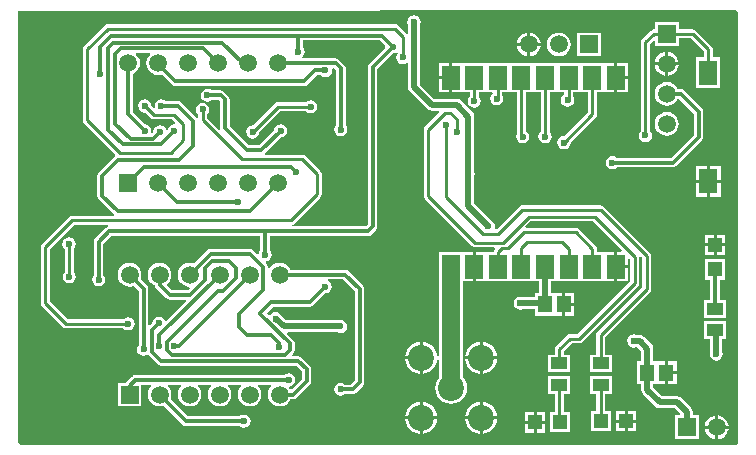
<source format=gtl>
%FSLAX44Y44*%
%MOMM*%
G71*
G01*
G75*
G04 Layer_Physical_Order=1*
G04 Layer_Color=255*
%ADD10R,1.2500X1.4000*%
%ADD11R,1.6000X2.1000*%
%ADD12R,1.3500X1.0000*%
%ADD13R,1.2000X1.2000*%
%ADD14R,1.2000X1.2000*%
%ADD15R,1.5000X2.0000*%
%ADD16C,0.2500*%
%ADD17C,0.5000*%
%ADD18C,0.3000*%
%ADD19C,1.0000*%
%ADD20C,1.5000*%
%ADD21C,0.2540*%
%ADD22R,1.5000X1.5000*%
%ADD23C,1.5000*%
%ADD24R,1.5000X1.5000*%
%ADD25C,2.2000*%
%ADD26C,0.6000*%
%ADD27C,0.7000*%
G36*
X607487Y365031D02*
Y-1177D01*
X202D01*
X-0Y-1379D01*
X-925Y-454D01*
Y365525D01*
X606589Y365929D01*
X607487Y365031D01*
D02*
G37*
%LPC*%
G36*
X520000Y91608D02*
X517854Y91181D01*
X516035Y89965D01*
X514819Y88146D01*
X514392Y86000D01*
X514819Y83854D01*
X516035Y82035D01*
X517854Y80819D01*
X520000Y80392D01*
X522146Y80819D01*
X522270Y80902D01*
X522888D01*
X526462Y77328D01*
Y68750D01*
X522810D01*
Y49750D01*
X526462D01*
Y44440D01*
X526462Y44440D01*
X526462D01*
X526850Y42489D01*
X527955Y40835D01*
X538395Y30395D01*
X540049Y29290D01*
X542000Y28902D01*
X554888D01*
X559617Y24173D01*
X559131Y23000D01*
X555000D01*
Y3000D01*
X575000D01*
Y23000D01*
X570098D01*
Y26000D01*
X569710Y27951D01*
X568605Y29605D01*
X560605Y37605D01*
X558951Y38710D01*
X557000Y39098D01*
X544112D01*
X536658Y46552D01*
Y49750D01*
X538770D01*
Y49710D01*
X546290D01*
Y59250D01*
Y68790D01*
X538770D01*
Y68750D01*
X536658D01*
Y79440D01*
X536270Y81391D01*
X535165Y83045D01*
X528605Y89605D01*
X526951Y90710D01*
X525000Y91098D01*
X522270D01*
X522146Y91181D01*
X520000Y91608D01*
D02*
G37*
G36*
X392230Y34340D02*
Y22120D01*
X404450D01*
X404151Y24385D01*
X402787Y27678D01*
X400617Y30507D01*
X397788Y32677D01*
X394495Y34042D01*
X392230Y34340D01*
D02*
G37*
G36*
X338890Y70380D02*
X326670D01*
X326968Y68115D01*
X328333Y64822D01*
X330503Y61993D01*
X333332Y59823D01*
X336625Y58458D01*
X338890Y58160D01*
Y70380D01*
D02*
G37*
G36*
X556350Y57980D02*
X548830D01*
Y49710D01*
X556350D01*
Y57980D01*
D02*
G37*
G36*
X338890Y34340D02*
X336625Y34042D01*
X333332Y32677D01*
X330503Y30507D01*
X328333Y27678D01*
X326968Y24385D01*
X326670Y22120D01*
X338890D01*
Y34340D01*
D02*
G37*
G36*
X522040Y26540D02*
X514770D01*
Y19270D01*
X522040D01*
Y26540D01*
D02*
G37*
G36*
X389690Y34340D02*
X387425Y34042D01*
X384132Y32677D01*
X381303Y30507D01*
X379133Y27678D01*
X377769Y24385D01*
X377470Y22120D01*
X389690D01*
Y34340D01*
D02*
G37*
G36*
X341430D02*
Y22120D01*
X353650D01*
X353352Y24385D01*
X351987Y27678D01*
X349817Y30507D01*
X346988Y32677D01*
X343695Y34042D01*
X341430Y34340D01*
D02*
G37*
G36*
X389690Y85140D02*
X387425Y84841D01*
X384132Y83477D01*
X381303Y81307D01*
X379133Y78478D01*
X377769Y75185D01*
X377470Y72920D01*
X389690D01*
Y85140D01*
D02*
G37*
G36*
X338890D02*
X336625Y84841D01*
X333332Y83477D01*
X330503Y81307D01*
X328333Y78478D01*
X326968Y75185D01*
X326670Y72920D01*
X338890D01*
Y85140D01*
D02*
G37*
G36*
X383730Y161540D02*
X374960D01*
Y161500D01*
X355000D01*
Y149655D01*
X354914Y149000D01*
Y73027D01*
X353646Y72944D01*
X353352Y75185D01*
X351987Y78478D01*
X349817Y81307D01*
X346988Y83477D01*
X343695Y84841D01*
X341430Y85140D01*
Y71650D01*
Y58160D01*
X343695Y58458D01*
X346988Y59823D01*
X349817Y61993D01*
X351987Y64822D01*
X353352Y68115D01*
X353646Y70356D01*
X354914Y70273D01*
Y54552D01*
X353768Y53058D01*
X352407Y49774D01*
X351944Y46250D01*
X352407Y42726D01*
X353768Y39442D01*
X355932Y36622D01*
X358752Y34458D01*
X362036Y33098D01*
X365560Y32634D01*
X369084Y33098D01*
X372368Y34458D01*
X375188Y36622D01*
X377352Y39442D01*
X378713Y42726D01*
X379176Y46250D01*
X378713Y49774D01*
X377352Y53058D01*
X375188Y55878D01*
X375086Y55957D01*
Y136460D01*
X383730D01*
Y149000D01*
Y161540D01*
D02*
G37*
G36*
X392230Y85140D02*
Y72920D01*
X404450D01*
X404151Y75185D01*
X402787Y78478D01*
X400617Y81307D01*
X397788Y83477D01*
X394495Y84841D01*
X392230Y85140D01*
D02*
G37*
G36*
X404450Y70380D02*
X392230D01*
Y58160D01*
X394495Y58458D01*
X397788Y59823D01*
X400617Y61993D01*
X402787Y64822D01*
X404151Y68115D01*
X404450Y70380D01*
D02*
G37*
G36*
X389690D02*
X377470D01*
X377769Y68115D01*
X379133Y64822D01*
X381303Y61993D01*
X384132Y59823D01*
X387425Y58458D01*
X389690Y58160D01*
Y70380D01*
D02*
G37*
G36*
X598250Y102500D02*
X579750D01*
Y87500D01*
X584902D01*
Y77270D01*
X584819Y77146D01*
X584392Y75000D01*
X584819Y72854D01*
X586035Y71035D01*
X587854Y69819D01*
X590000Y69392D01*
X592146Y69819D01*
X593965Y71035D01*
X595181Y72854D01*
X595608Y75000D01*
X595181Y77146D01*
X595098Y77270D01*
Y87500D01*
X598250D01*
Y102500D01*
D02*
G37*
G36*
X556350Y68790D02*
X548830D01*
Y60520D01*
X556350D01*
Y68790D01*
D02*
G37*
G36*
X512230Y26540D02*
X504960D01*
Y19270D01*
X512230D01*
Y26540D01*
D02*
G37*
G36*
X404450Y19580D02*
X392230D01*
Y7360D01*
X394495Y7659D01*
X397788Y9023D01*
X400617Y11193D01*
X402787Y14022D01*
X404151Y17315D01*
X404450Y19580D01*
D02*
G37*
G36*
X389690D02*
X377470D01*
X377769Y17315D01*
X379133Y14022D01*
X381303Y11193D01*
X384132Y9023D01*
X387425Y7659D01*
X389690Y7360D01*
Y19580D01*
D02*
G37*
G36*
X445040Y15730D02*
X437770D01*
Y8460D01*
X445040D01*
Y15730D01*
D02*
G37*
G36*
X435230D02*
X427960D01*
Y8460D01*
X435230D01*
Y15730D01*
D02*
G37*
G36*
X600359Y11730D02*
X591670D01*
Y3041D01*
X593021Y3218D01*
X595463Y4230D01*
X597561Y5839D01*
X599170Y7937D01*
X600182Y10379D01*
X600359Y11730D01*
D02*
G37*
G36*
X589130D02*
X580441D01*
X580618Y10379D01*
X581630Y7937D01*
X583239Y5839D01*
X585337Y4230D01*
X587779Y3218D01*
X589130Y3041D01*
Y11730D01*
D02*
G37*
G36*
X353650Y19580D02*
X341430D01*
Y7360D01*
X343695Y7659D01*
X346988Y9023D01*
X349817Y11193D01*
X351987Y14022D01*
X353352Y17315D01*
X353650Y19580D01*
D02*
G37*
G36*
X338890D02*
X326670D01*
X326968Y17315D01*
X328333Y14022D01*
X330503Y11193D01*
X333332Y9023D01*
X336625Y7659D01*
X338890Y7360D01*
Y19580D01*
D02*
G37*
G36*
X591670Y22959D02*
Y14270D01*
X600359D01*
X600182Y15621D01*
X599170Y18063D01*
X597561Y20161D01*
X595463Y21770D01*
X593021Y22782D01*
X591670Y22959D01*
D02*
G37*
G36*
X589130D02*
X587779Y22782D01*
X585337Y21770D01*
X583239Y20161D01*
X581630Y18063D01*
X580618Y15621D01*
X580441Y14270D01*
X589130D01*
Y22959D01*
D02*
G37*
G36*
X445040Y25540D02*
X437770D01*
Y18270D01*
X445040D01*
Y25540D01*
D02*
G37*
G36*
X435230D02*
X427960D01*
Y18270D01*
X435230D01*
Y25540D01*
D02*
G37*
G36*
X512230Y16730D02*
X504960D01*
Y9460D01*
X512230D01*
Y16730D01*
D02*
G37*
G36*
X466250Y56500D02*
X447750D01*
Y41500D01*
X453177D01*
Y25500D01*
X449000D01*
Y8500D01*
X466000D01*
Y25500D01*
X460823D01*
Y41500D01*
X466250D01*
Y56500D01*
D02*
G37*
G36*
X501250D02*
X482750D01*
Y41500D01*
X488177D01*
Y26500D01*
X484000D01*
Y9500D01*
X501000D01*
Y26500D01*
X495823D01*
Y41500D01*
X501250D01*
Y56500D01*
D02*
G37*
G36*
X522040Y16730D02*
X514770D01*
Y9460D01*
X522040D01*
Y16730D01*
D02*
G37*
G36*
X546730Y319330D02*
X538041D01*
X538218Y317979D01*
X539230Y315537D01*
X540839Y313439D01*
X542937Y311830D01*
X545379Y310818D01*
X546730Y310641D01*
Y319330D01*
D02*
G37*
G36*
X515040Y321540D02*
X506270D01*
Y310270D01*
X515040D01*
Y321540D01*
D02*
G37*
G36*
X503730D02*
X494960D01*
Y321500D01*
X475898D01*
X475898Y321500D01*
Y321500D01*
X475000Y321500D01*
X475000D01*
X475000D01*
X474102Y321500D01*
X474102Y321500D01*
Y321500D01*
X455898D01*
X455898Y321500D01*
Y321500D01*
X455000Y321500D01*
X455000D01*
D01*
X454102Y321500D01*
X454102Y321500D01*
Y321500D01*
X435898D01*
X435898Y321500D01*
Y321500D01*
X435000Y321500D01*
X435000D01*
X435000D01*
X434102Y321500D01*
X434102Y321500D01*
Y321500D01*
X415898D01*
X415898Y321500D01*
Y321500D01*
X415000Y321500D01*
X415000D01*
D01*
X414102Y321500D01*
X414102Y321500D01*
Y321500D01*
X395898D01*
X395898Y321500D01*
Y321500D01*
X395000Y321500D01*
X395000D01*
X395000D01*
X394102Y321500D01*
X394102Y321500D01*
Y321500D01*
X375040D01*
Y321540D01*
X366270D01*
Y309000D01*
Y296460D01*
X375040D01*
Y296500D01*
X381177D01*
Y293060D01*
X381035Y292965D01*
X379819Y291146D01*
X379392Y289000D01*
X379819Y286854D01*
X381035Y285035D01*
X382854Y283819D01*
X385000Y283392D01*
X387146Y283819D01*
X388965Y285035D01*
X390181Y286854D01*
X390608Y289000D01*
X390181Y291146D01*
X388965Y292965D01*
X388823Y293060D01*
Y296500D01*
X394102D01*
X394102Y296500D01*
Y296500D01*
X395000Y296500D01*
X395000D01*
X395000D01*
X395898Y296500D01*
X395898Y296500D01*
Y296500D01*
X400144D01*
X400513Y295285D01*
X400035Y294965D01*
X398819Y293146D01*
X398392Y291000D01*
X398819Y288854D01*
X400035Y287035D01*
X401854Y285819D01*
X404000Y285392D01*
X406146Y285819D01*
X407965Y287035D01*
X409181Y288854D01*
X409608Y291000D01*
X409181Y293146D01*
X408823Y293681D01*
Y296500D01*
X414102D01*
X414102Y296500D01*
Y296500D01*
X415000Y296500D01*
X415000D01*
D01*
X415898Y296500D01*
X415898Y296500D01*
Y296500D01*
X421177D01*
Y261681D01*
X420819Y261146D01*
X420392Y259000D01*
X420819Y256854D01*
X422035Y255035D01*
X423854Y253819D01*
X426000Y253392D01*
X428146Y253819D01*
X429965Y255035D01*
X431181Y256854D01*
X431608Y259000D01*
X431181Y261146D01*
X429965Y262965D01*
X428823Y263728D01*
Y296500D01*
X434102D01*
X434102Y296500D01*
Y296500D01*
X435000Y296500D01*
X435000D01*
X435000D01*
X435898Y296500D01*
X435898Y296500D01*
Y296500D01*
X441177D01*
Y263060D01*
X441035Y262965D01*
X439819Y261146D01*
X439392Y259000D01*
X439819Y256854D01*
X441035Y255035D01*
X442854Y253819D01*
X445000Y253392D01*
X447146Y253819D01*
X448965Y255035D01*
X450181Y256854D01*
X450608Y259000D01*
X450181Y261146D01*
X448965Y262965D01*
X448823Y263060D01*
Y296500D01*
X454102D01*
X454102Y296500D01*
Y296500D01*
X455000Y296500D01*
X455000D01*
D01*
X455898Y296500D01*
X455898Y296500D01*
Y296500D01*
X461176D01*
Y294728D01*
X460035Y293965D01*
X458819Y292146D01*
X458392Y290000D01*
X458819Y287854D01*
X460035Y286035D01*
X461854Y284819D01*
X464000Y284392D01*
X466146Y284819D01*
X467965Y286035D01*
X469181Y287854D01*
X469608Y290000D01*
X469181Y292146D01*
X468823Y292681D01*
Y296500D01*
X474102D01*
X474102Y296500D01*
Y296500D01*
X475000Y296500D01*
X475000D01*
X475000D01*
X475898Y296500D01*
X475898Y296500D01*
Y296500D01*
X481177D01*
Y279584D01*
X461167Y259575D01*
X461000Y259608D01*
X458854Y259181D01*
X457035Y257965D01*
X455819Y256146D01*
X455392Y254000D01*
X455819Y251854D01*
X457035Y250035D01*
X458854Y248819D01*
X461000Y248392D01*
X463146Y248819D01*
X464965Y250035D01*
X466181Y251854D01*
X466608Y254000D01*
X466575Y254167D01*
X487704Y275296D01*
X488532Y276537D01*
X488823Y278000D01*
X488824Y278000D01*
X488823Y278000D01*
Y278000D01*
Y296500D01*
X494960D01*
Y296460D01*
X503730D01*
Y309000D01*
Y321540D01*
D02*
G37*
G36*
X557959Y319330D02*
X549270D01*
Y310641D01*
X550621Y310818D01*
X553063Y311830D01*
X555161Y313439D01*
X556770Y315537D01*
X557782Y317979D01*
X557959Y319330D01*
D02*
G37*
G36*
X515040Y307730D02*
X506270D01*
Y296460D01*
X515040D01*
Y307730D01*
D02*
G37*
G36*
X363730D02*
X354960D01*
Y296460D01*
X363730D01*
Y307730D01*
D02*
G37*
G36*
Y321540D02*
X354960D01*
Y310270D01*
X363730D01*
Y321540D01*
D02*
G37*
G36*
X558000Y356000D02*
X538000D01*
Y349823D01*
X537000D01*
X535537Y349532D01*
X534296Y348704D01*
X527296Y341704D01*
X526468Y340463D01*
X526177Y339000D01*
Y264060D01*
X526035Y263965D01*
X524819Y262146D01*
X524392Y260000D01*
X524819Y257854D01*
X526035Y256035D01*
X527854Y254819D01*
X530000Y254392D01*
X532146Y254819D01*
X533965Y256035D01*
X535181Y257854D01*
X535608Y260000D01*
X535181Y262146D01*
X533965Y263965D01*
X533823Y264060D01*
Y337416D01*
X536827Y340420D01*
X538000Y339934D01*
Y336000D01*
X558000D01*
Y342177D01*
X568416D01*
X579177Y331416D01*
Y326000D01*
X572500D01*
Y300000D01*
X593500D01*
Y326000D01*
X586823D01*
Y333000D01*
X586532Y334463D01*
X585704Y335704D01*
X572704Y348704D01*
X571463Y349532D01*
X570000Y349823D01*
X558000D01*
Y356000D01*
D02*
G37*
G36*
X441159Y335730D02*
X432470D01*
Y327041D01*
X433821Y327218D01*
X436263Y328230D01*
X438361Y329839D01*
X439970Y331937D01*
X440982Y334379D01*
X441159Y335730D01*
D02*
G37*
G36*
X429930D02*
X421241D01*
X421418Y334379D01*
X422430Y331937D01*
X424039Y329839D01*
X426137Y328230D01*
X428579Y327218D01*
X429930Y327041D01*
Y335730D01*
D02*
G37*
G36*
X432470Y346959D02*
Y338270D01*
X441159D01*
X440982Y339621D01*
X439970Y342063D01*
X438361Y344161D01*
X436263Y345770D01*
X433821Y346782D01*
X432470Y346959D01*
D02*
G37*
G36*
X429930D02*
X428579Y346782D01*
X426137Y345770D01*
X424039Y344161D01*
X422430Y342063D01*
X421418Y339621D01*
X421241Y338270D01*
X429930D01*
Y346959D01*
D02*
G37*
G36*
X549270Y330559D02*
Y321870D01*
X557959D01*
X557782Y323221D01*
X556770Y325663D01*
X555161Y327761D01*
X553063Y329370D01*
X550621Y330382D01*
X549270Y330559D01*
D02*
G37*
G36*
X546730D02*
X545379Y330382D01*
X542937Y329370D01*
X540839Y327761D01*
X539230Y325663D01*
X538218Y323221D01*
X538041Y321870D01*
X546730D01*
Y330559D01*
D02*
G37*
G36*
X492000Y347000D02*
X472000D01*
Y327000D01*
X492000D01*
Y347000D01*
D02*
G37*
G36*
X456600Y347086D02*
X453989Y346743D01*
X451557Y345735D01*
X449468Y344132D01*
X447865Y342043D01*
X446857Y339610D01*
X446514Y337000D01*
X446857Y334389D01*
X447865Y331957D01*
X449468Y329868D01*
X451557Y328265D01*
X453989Y327257D01*
X456600Y326914D01*
X459211Y327257D01*
X461643Y328265D01*
X463732Y329868D01*
X465335Y331957D01*
X466343Y334389D01*
X466686Y337000D01*
X466343Y339610D01*
X465335Y342043D01*
X463732Y344132D01*
X461643Y345735D01*
X459211Y346743D01*
X456600Y347086D01*
D02*
G37*
G36*
X334000Y361608D02*
X331854Y361181D01*
X330035Y359965D01*
X328819Y358146D01*
X328392Y356000D01*
X328819Y353854D01*
X328902Y353730D01*
Y345849D01*
X327687Y345480D01*
X327204Y346204D01*
X320204Y353204D01*
X318963Y354032D01*
X317500Y354323D01*
X75000D01*
X73537Y354032D01*
X72297Y353204D01*
X54796Y335704D01*
X53968Y334463D01*
X53677Y333000D01*
Y273000D01*
X53968Y271537D01*
X54796Y270296D01*
X81219Y243874D01*
X81251Y243715D01*
X81138Y242567D01*
X80116Y241884D01*
X67116Y228884D01*
X66232Y227561D01*
X66181Y227302D01*
X65922Y226000D01*
X65922Y226000D01*
Y209000D01*
X65922Y209000D01*
X66181Y207698D01*
X66232Y207439D01*
X67116Y206116D01*
X67116Y206116D01*
X67116D01*
Y206116D01*
X67116Y206116D01*
X80116Y193116D01*
X80232Y193039D01*
X79863Y191823D01*
X44500D01*
X43037Y191532D01*
X41796Y190704D01*
X19296Y168204D01*
X18468Y166963D01*
X18177Y165500D01*
Y118000D01*
X18176Y118000D01*
X18177D01*
X18468Y116537D01*
X19296Y115296D01*
X36796Y97796D01*
D01*
X36796D01*
Y97796D01*
D01*
X36796D01*
Y97796D01*
X36796D01*
X36796Y97796D01*
Y97796D01*
X36797Y97796D01*
Y97796D01*
X38037Y96968D01*
X39500Y96677D01*
X87940D01*
X88035Y96535D01*
X89854Y95319D01*
X92000Y94892D01*
X94146Y95319D01*
X95965Y96535D01*
X97181Y98354D01*
X97608Y100500D01*
X97181Y102646D01*
X95965Y104465D01*
X94146Y105681D01*
X92000Y106108D01*
X89854Y105681D01*
X88035Y104465D01*
X87940Y104323D01*
X41084D01*
X25823Y119584D01*
Y163916D01*
X46084Y184177D01*
X75043D01*
X75167Y182913D01*
X74439Y182768D01*
X73116Y181884D01*
X73116Y181884D01*
X64116Y172884D01*
X63232Y171561D01*
X63181Y171302D01*
X62922Y170000D01*
X62922Y170000D01*
Y141796D01*
X61819Y140146D01*
X61392Y138000D01*
X61819Y135854D01*
X63035Y134035D01*
X64854Y132819D01*
X67000Y132392D01*
X69146Y132819D01*
X70965Y134035D01*
X72181Y135854D01*
X72608Y138000D01*
X72181Y140146D01*
X71078Y141796D01*
Y168311D01*
X77689Y174922D01*
X203892D01*
Y162796D01*
X202789Y161146D01*
X202526Y159825D01*
X201311Y159457D01*
X197884Y162884D01*
X196561Y163768D01*
X196302Y163819D01*
X195000Y164078D01*
X195000Y164078D01*
X161850D01*
X160289Y163768D01*
X158966Y162884D01*
X158966Y162884D01*
X147545Y151463D01*
X146580Y151863D01*
X143970Y152206D01*
X141360Y151863D01*
X138927Y150855D01*
X136838Y149252D01*
X135235Y147163D01*
X134227Y144731D01*
X133884Y142120D01*
X134227Y139509D01*
X135235Y137077D01*
X136838Y134988D01*
X138927Y133385D01*
X141360Y132377D01*
X143692Y132070D01*
X144100Y130868D01*
X142311Y129078D01*
X128689D01*
X124729Y133038D01*
X124813Y134305D01*
X125702Y134988D01*
X127305Y137077D01*
X128313Y139509D01*
X128656Y142120D01*
X128313Y144731D01*
X127305Y147163D01*
X125702Y149252D01*
X123613Y150855D01*
X121180Y151863D01*
X118570Y152206D01*
X115960Y151863D01*
X113527Y150855D01*
X111438Y149252D01*
X109835Y147163D01*
X108827Y144731D01*
X108484Y142120D01*
X108827Y139509D01*
X109835Y137077D01*
X111438Y134988D01*
X113527Y133385D01*
X114588Y132945D01*
X114751Y132128D01*
X114802Y131869D01*
X115686Y130546D01*
X115686Y130546D01*
X115686Y130546D01*
D01*
X115686D01*
Y130546D01*
D01*
X124116Y122116D01*
X124116Y122116D01*
X125439Y121232D01*
X125439Y121232D01*
X125439Y121232D01*
D01*
X125439Y121232D01*
X125439Y121232D01*
X127000Y120922D01*
X140745D01*
X141231Y119748D01*
X124291Y102809D01*
X123181Y103146D01*
X121965Y104965D01*
X120146Y106181D01*
X118000Y106608D01*
X115854Y106181D01*
X114035Y104965D01*
X112819Y103146D01*
X112432Y101200D01*
X110252Y99019D01*
X109078Y99505D01*
Y130290D01*
X108768Y131851D01*
X107884Y133174D01*
X102513Y138545D01*
X102913Y139509D01*
X103256Y142120D01*
X102913Y144731D01*
X101905Y147163D01*
X100302Y149252D01*
X98213Y150855D01*
X95780Y151863D01*
X93170Y152206D01*
X90560Y151863D01*
X88127Y150855D01*
X86038Y149252D01*
X84435Y147163D01*
X83427Y144731D01*
X83084Y142120D01*
X83427Y139509D01*
X84435Y137077D01*
X86038Y134988D01*
X88127Y133385D01*
X90560Y132377D01*
X93170Y132034D01*
X95780Y132377D01*
X96745Y132777D01*
X100922Y128601D01*
Y82796D01*
X99819Y81146D01*
X99392Y79000D01*
X99819Y76854D01*
X101035Y75035D01*
X102854Y73819D01*
X105000Y73392D01*
X107146Y73819D01*
X108645Y74821D01*
X109116Y74116D01*
X117116Y66116D01*
X118439Y65232D01*
X120000Y64922D01*
X234311D01*
X238922Y60311D01*
Y53689D01*
X230296Y45064D01*
X229051Y45312D01*
X228905Y45663D01*
X228366Y46365D01*
X228813Y47554D01*
X230146Y47819D01*
X231965Y49035D01*
X233181Y50854D01*
X233608Y53000D01*
X233181Y55146D01*
X231965Y56965D01*
X230146Y58181D01*
X228000Y58608D01*
X225854Y58181D01*
X224204Y57078D01*
X98000D01*
X98000Y57078D01*
X96439Y56768D01*
X96000Y56475D01*
X95116Y55884D01*
X95116Y55884D01*
X90286Y51054D01*
X89996Y50620D01*
X83170D01*
Y30620D01*
X103170D01*
Y48922D01*
X111041D01*
X111438Y47752D01*
X109835Y45663D01*
X108827Y43231D01*
X108484Y40620D01*
X108827Y38010D01*
X109835Y35577D01*
X111438Y33488D01*
X113527Y31885D01*
X115960Y30877D01*
X118570Y30534D01*
X121180Y30877D01*
X122145Y31277D01*
X138306Y15116D01*
X138306Y15116D01*
X139629Y14232D01*
X139888Y14181D01*
X141190Y13922D01*
X141190Y13922D01*
X186204D01*
X187854Y12819D01*
X190000Y12392D01*
X192146Y12819D01*
X193965Y14035D01*
X195181Y15854D01*
X195608Y18000D01*
X195181Y20146D01*
X193965Y21965D01*
X192146Y23181D01*
X190000Y23608D01*
X187854Y23181D01*
X186204Y22078D01*
X142879D01*
X127913Y37045D01*
X128313Y38010D01*
X128656Y40620D01*
X128313Y43231D01*
X127305Y45663D01*
X125702Y47752D01*
X126099Y48922D01*
X136441D01*
X136838Y47752D01*
X135235Y45663D01*
X134227Y43231D01*
X133884Y40620D01*
X134227Y38010D01*
X135235Y35577D01*
X136838Y33488D01*
X138927Y31885D01*
X141360Y30877D01*
X143970Y30534D01*
X146580Y30877D01*
X149013Y31885D01*
X151102Y33488D01*
X152705Y35577D01*
X153713Y38010D01*
X154056Y40620D01*
X153713Y43231D01*
X152705Y45663D01*
X151102Y47752D01*
X151499Y48922D01*
X161841D01*
X162238Y47752D01*
X160635Y45663D01*
X159627Y43231D01*
X159284Y40620D01*
X159627Y38010D01*
X160635Y35577D01*
X162238Y33488D01*
X164327Y31885D01*
X166759Y30877D01*
X169370Y30534D01*
X171980Y30877D01*
X174413Y31885D01*
X176502Y33488D01*
X178105Y35577D01*
X179113Y38010D01*
X179456Y40620D01*
X179113Y43231D01*
X178105Y45663D01*
X176502Y47752D01*
X176899Y48922D01*
X187241D01*
X187638Y47752D01*
X186035Y45663D01*
X185027Y43231D01*
X184684Y40620D01*
X185027Y38010D01*
X186035Y35577D01*
X187638Y33488D01*
X189727Y31885D01*
X192160Y30877D01*
X194770Y30534D01*
X197381Y30877D01*
X199813Y31885D01*
X201902Y33488D01*
X203505Y35577D01*
X204513Y38010D01*
X204856Y40620D01*
X204513Y43231D01*
X203505Y45663D01*
X201902Y47752D01*
X202299Y48922D01*
X212641D01*
X213038Y47752D01*
X211435Y45663D01*
X210427Y43231D01*
X210084Y40620D01*
X210427Y38010D01*
X211435Y35577D01*
X213038Y33488D01*
X215127Y31885D01*
X217560Y30877D01*
X220170Y30534D01*
X222780Y30877D01*
X225213Y31885D01*
X227302Y33488D01*
X228905Y35577D01*
X229305Y36542D01*
X231620D01*
X231620Y36542D01*
X232922Y36801D01*
X233181Y36852D01*
X234504Y37736D01*
X245884Y49116D01*
X245884Y49116D01*
X246475Y50000D01*
X246768Y50439D01*
X247078Y52000D01*
X247078Y52000D01*
Y62000D01*
X246768Y63561D01*
X245884Y64884D01*
X238884Y71884D01*
X237561Y72768D01*
X237302Y72819D01*
X236000Y73078D01*
X236000Y73078D01*
X231505D01*
X231019Y74252D01*
X231884Y75116D01*
X231884Y75116D01*
X232768Y76439D01*
X233078Y78000D01*
Y84000D01*
X233078Y84000D01*
X232768Y85561D01*
X232475Y86000D01*
X231884Y86884D01*
X231884Y86884D01*
X226769Y91999D01*
X227255Y93172D01*
X269460D01*
X269584Y93089D01*
X271730Y92662D01*
X273876Y93089D01*
X275695Y94305D01*
X276911Y96124D01*
X277338Y98270D01*
X276911Y100416D01*
X275695Y102235D01*
X273876Y103451D01*
X271730Y103878D01*
X269584Y103451D01*
X269460Y103368D01*
X225842D01*
X222210Y107000D01*
X222181Y107146D01*
X220965Y108965D01*
X219146Y110181D01*
X217000Y110608D01*
X214854Y110181D01*
X213035Y108965D01*
X212296Y107860D01*
X211032Y107735D01*
X209268Y109500D01*
X214689Y114922D01*
X246000D01*
X246000Y114922D01*
X247302Y115181D01*
X247561Y115232D01*
X248884Y116116D01*
X248884Y116116D01*
X248884Y116116D01*
X258970Y126202D01*
X260916Y126589D01*
X262735Y127805D01*
X263951Y129624D01*
X264378Y131770D01*
X263951Y133916D01*
X262735Y135735D01*
X261102Y136826D01*
X261471Y138042D01*
X274191D01*
X283922Y128311D01*
Y52689D01*
X280311Y49078D01*
X275796D01*
X274146Y50181D01*
X272000Y50608D01*
X269854Y50181D01*
X268035Y48965D01*
X266819Y47146D01*
X266392Y45000D01*
X266819Y42854D01*
X268035Y41035D01*
X269854Y39819D01*
X272000Y39392D01*
X274146Y39819D01*
X275796Y40922D01*
X282000D01*
X282000Y40922D01*
X283302Y41181D01*
X283561Y41232D01*
X284884Y42116D01*
X284884Y42116D01*
X284884Y42116D01*
X290884Y48116D01*
X291768Y49439D01*
X291819Y49698D01*
X292078Y51000D01*
X292078Y51000D01*
Y130000D01*
X292078Y130000D01*
X291819Y131302D01*
X291768Y131561D01*
X290884Y132884D01*
X278764Y145004D01*
X277441Y145888D01*
X277182Y145939D01*
X275880Y146198D01*
X275880Y146198D01*
X229305D01*
X228905Y147163D01*
X227302Y149252D01*
X225213Y150855D01*
X222780Y151863D01*
X220170Y152206D01*
X217560Y151863D01*
X215127Y150855D01*
X213038Y149252D01*
X211435Y147163D01*
X211324Y146895D01*
X210078Y147143D01*
Y149000D01*
X210078Y149000D01*
X209819Y150302D01*
X209768Y150561D01*
X208884Y151884D01*
X208427Y152341D01*
X208795Y153556D01*
X210116Y153819D01*
X211935Y155035D01*
X213151Y156854D01*
X213578Y159000D01*
X213151Y161146D01*
X212048Y162796D01*
Y174922D01*
X295000D01*
X295000Y174922D01*
X296302Y175181D01*
X296561Y175232D01*
X297884Y176116D01*
X297884Y176116D01*
X297884Y176116D01*
X301884Y180116D01*
X301884Y180116D01*
X302768Y181439D01*
X302819Y181698D01*
X303078Y183000D01*
X303078Y183000D01*
Y316311D01*
X316200Y329432D01*
X318146Y329819D01*
X319557Y330762D01*
X319636Y330719D01*
X320477Y329878D01*
X319319Y328146D01*
X318892Y326000D01*
X319319Y323854D01*
X320535Y322035D01*
X322354Y320819D01*
X324500Y320392D01*
X326646Y320819D01*
X327782Y321578D01*
X328902Y320979D01*
Y301000D01*
X328902Y301000D01*
X328902D01*
X329290Y299049D01*
X330395Y297395D01*
X345395Y282395D01*
X347049Y281290D01*
X347373Y281226D01*
X349000Y280902D01*
X354836D01*
X355322Y279729D01*
X343296Y267704D01*
X342468Y266463D01*
X342177Y265000D01*
Y209000D01*
X342177Y209000D01*
X342177D01*
X342468Y207537D01*
X343296Y206296D01*
X383296Y166296D01*
X384537Y165468D01*
X386000Y165177D01*
X402110D01*
X402596Y164003D01*
X402296Y163704D01*
X401468Y162463D01*
X401276Y161500D01*
X395040D01*
Y161540D01*
X386270D01*
Y149000D01*
Y136460D01*
X395040D01*
Y136500D01*
X415000D01*
D01*
X415000Y136500D01*
X415000Y136500D01*
X415000D01*
Y136500D01*
Y136500D01*
X434102D01*
X434102Y136500D01*
Y136500D01*
X435000Y136500D01*
X435000D01*
X435000D01*
X435898Y136500D01*
X435898Y136500D01*
Y136500D01*
X439902D01*
Y126500D01*
X436250D01*
Y123098D01*
X426270D01*
X426146Y123181D01*
X424000Y123608D01*
X421854Y123181D01*
X420035Y121965D01*
X418819Y120146D01*
X418392Y118000D01*
X418819Y115854D01*
X420035Y114035D01*
X421854Y112819D01*
X424000Y112392D01*
X426146Y112819D01*
X426270Y112902D01*
X436250D01*
Y107500D01*
X452210D01*
Y107460D01*
X459730D01*
Y117000D01*
Y126540D01*
X452210D01*
Y126500D01*
X450098D01*
Y136500D01*
X454102D01*
X454102Y136500D01*
Y136500D01*
X455000Y136500D01*
X455000D01*
D01*
X455898Y136500D01*
X455898Y136500D01*
Y136500D01*
X475000D01*
D01*
X475000Y136500D01*
X475000Y136500D01*
X475000D01*
Y136500D01*
Y136500D01*
X494960D01*
Y136460D01*
X503730D01*
Y149000D01*
Y161540D01*
X494960D01*
Y161500D01*
X488823D01*
Y164000D01*
X488532Y165463D01*
X487704Y166704D01*
X473704Y180704D01*
X472463Y181532D01*
X471000Y181823D01*
X428890D01*
X428404Y182997D01*
X432584Y187177D01*
X485416D01*
X509879Y162713D01*
X509394Y161540D01*
X506270D01*
Y150270D01*
X515040D01*
Y155893D01*
X516213Y156379D01*
X517177Y155416D01*
Y136584D01*
X472416Y91823D01*
X466000D01*
X464537Y91532D01*
X463296Y90704D01*
X454296Y81704D01*
X453468Y80463D01*
X453177Y79000D01*
Y74500D01*
X447750D01*
Y59500D01*
X466250D01*
Y74500D01*
X460823D01*
Y77416D01*
X467584Y84177D01*
X474000D01*
X475463Y84468D01*
X476704Y85296D01*
X523704Y132296D01*
X524532Y133537D01*
X524823Y135000D01*
Y157000D01*
X524811Y157063D01*
X525931Y157662D01*
X527177Y156416D01*
Y131584D01*
X489296Y93704D01*
X488468Y92463D01*
X488177Y91000D01*
Y74500D01*
X482750D01*
Y59500D01*
X501250D01*
Y74500D01*
X495823D01*
Y89416D01*
X533704Y127296D01*
X534532Y128537D01*
X534823Y130000D01*
X534823Y130000D01*
X534823Y130000D01*
Y130000D01*
Y158000D01*
X534532Y159463D01*
X533704Y160704D01*
X494704Y199704D01*
X493463Y200532D01*
X492000Y200823D01*
X425500D01*
X424037Y200532D01*
X422796Y199704D01*
X403898Y180805D01*
X402630Y180868D01*
X402271Y181305D01*
X402608Y183000D01*
X402181Y185146D01*
X400965Y186965D01*
X399146Y188181D01*
X399000Y188210D01*
X385098Y202112D01*
Y224730D01*
X385181Y224854D01*
X385608Y227000D01*
X385181Y229146D01*
X385098Y229270D01*
Y276000D01*
X384710Y277951D01*
X383605Y279605D01*
X373605Y289605D01*
X371951Y290710D01*
X370000Y291098D01*
X351112D01*
X339098Y303112D01*
Y353730D01*
X339181Y353854D01*
X339608Y356000D01*
X339181Y358146D01*
X337965Y359965D01*
X336146Y361181D01*
X334000Y361608D01*
D02*
G37*
G36*
X587730Y166230D02*
X580460D01*
Y158960D01*
X587730D01*
Y166230D01*
D02*
G37*
G36*
X515040Y147730D02*
X506270D01*
Y136460D01*
X515040D01*
Y147730D01*
D02*
G37*
G36*
X587730Y176040D02*
X580460D01*
Y168770D01*
X587730D01*
Y176040D01*
D02*
G37*
G36*
X597540Y166230D02*
X590270D01*
Y158960D01*
X597540D01*
Y166230D01*
D02*
G37*
G36*
X469790Y115730D02*
X462270D01*
Y107460D01*
X469790D01*
Y115730D01*
D02*
G37*
G36*
X597500Y155000D02*
X580500D01*
Y138000D01*
X584922D01*
Y120500D01*
X579750D01*
Y105500D01*
X598250D01*
Y120500D01*
X593078D01*
Y138000D01*
X597500D01*
Y155000D01*
D02*
G37*
G36*
X42000Y173608D02*
X39854Y173181D01*
X38035Y171965D01*
X36819Y170146D01*
X36392Y168000D01*
X36819Y165854D01*
X38035Y164035D01*
X38177Y163940D01*
Y144376D01*
X38145Y144355D01*
X36929Y142536D01*
X36502Y140390D01*
X36929Y138244D01*
X38145Y136425D01*
X39964Y135209D01*
X42110Y134782D01*
X44256Y135209D01*
X46075Y136425D01*
X47291Y138244D01*
X47718Y140390D01*
X47291Y142536D01*
X46075Y144355D01*
X45823Y144523D01*
Y163940D01*
X45965Y164035D01*
X47181Y165854D01*
X47608Y168000D01*
X47181Y170146D01*
X45965Y171965D01*
X44146Y173181D01*
X42000Y173608D01*
D02*
G37*
G36*
X469790Y126540D02*
X462270D01*
Y118270D01*
X469790D01*
Y126540D01*
D02*
G37*
G36*
X593540Y234040D02*
X584270D01*
Y222270D01*
X593540D01*
Y234040D01*
D02*
G37*
G36*
X548000Y305286D02*
X545390Y304943D01*
X542957Y303935D01*
X540868Y302332D01*
X539265Y300243D01*
X538257Y297810D01*
X537914Y295200D01*
X538257Y292589D01*
X539265Y290157D01*
X540868Y288068D01*
X542957Y286465D01*
X545390Y285457D01*
X548000Y285114D01*
X550611Y285457D01*
X553043Y286465D01*
X555132Y288068D01*
X556735Y290157D01*
X556983Y290756D01*
X558229Y291004D01*
X570922Y278311D01*
Y260689D01*
X551311Y241078D01*
X505796D01*
X504146Y242181D01*
X502000Y242608D01*
X499854Y242181D01*
X498035Y240965D01*
X496819Y239146D01*
X496392Y237000D01*
X496819Y234854D01*
X498035Y233035D01*
X499854Y231819D01*
X502000Y231392D01*
X504146Y231819D01*
X505796Y232922D01*
X553000D01*
X553000Y232922D01*
X554302Y233181D01*
X554561Y233232D01*
X555884Y234116D01*
X555884Y234116D01*
X555884Y234116D01*
X577884Y256116D01*
X577884Y256116D01*
X578768Y257439D01*
X579078Y259000D01*
Y280000D01*
X579078Y280000D01*
X578819Y281302D01*
X578768Y281561D01*
X577884Y282884D01*
X577884Y282884D01*
X562684Y298084D01*
X561361Y298968D01*
X561102Y299019D01*
X559800Y299278D01*
X559800Y299278D01*
X557135D01*
X556735Y300243D01*
X555132Y302332D01*
X553043Y303935D01*
X550611Y304943D01*
X548000Y305286D01*
D02*
G37*
G36*
Y279886D02*
X545390Y279543D01*
X542957Y278535D01*
X540868Y276932D01*
X539265Y274843D01*
X538257Y272411D01*
X537914Y269800D01*
X538257Y267190D01*
X539265Y264757D01*
X540868Y262668D01*
X542957Y261065D01*
X545390Y260057D01*
X548000Y259714D01*
X550611Y260057D01*
X553043Y261065D01*
X555132Y262668D01*
X556735Y264757D01*
X557743Y267190D01*
X558086Y269800D01*
X557743Y272411D01*
X556735Y274843D01*
X555132Y276932D01*
X553043Y278535D01*
X550611Y279543D01*
X548000Y279886D01*
D02*
G37*
G36*
X581730Y234040D02*
X572460D01*
Y222270D01*
X581730D01*
Y234040D01*
D02*
G37*
G36*
X597540Y176040D02*
X590270D01*
Y168770D01*
X597540D01*
Y176040D01*
D02*
G37*
G36*
X581730Y219730D02*
X572460D01*
Y207960D01*
X581730D01*
Y219730D01*
D02*
G37*
G36*
X593540D02*
X584270D01*
Y207960D01*
X593540D01*
Y219730D01*
D02*
G37*
%LPD*%
G36*
X309597Y335635D02*
Y334365D01*
X296116Y320884D01*
X295232Y319561D01*
X295181Y319302D01*
X294922Y318000D01*
X294922Y318000D01*
Y184689D01*
X293311Y183078D01*
X230957D01*
X230833Y184342D01*
X231463Y184468D01*
X232704Y185296D01*
X232704Y185296D01*
X232704Y185296D01*
X254704Y207296D01*
X255532Y208537D01*
X255823Y210000D01*
X255823Y210000D01*
X255823Y210000D01*
Y210000D01*
Y227500D01*
X255532Y228963D01*
X254704Y230204D01*
X242204Y242704D01*
X240963Y243532D01*
X239500Y243823D01*
X208251D01*
X207764Y244997D01*
X221200Y258432D01*
X223146Y258819D01*
X224965Y260035D01*
X226181Y261854D01*
X226608Y264000D01*
X226181Y266146D01*
X224965Y267965D01*
X223146Y269181D01*
X221000Y269608D01*
X218854Y269181D01*
X217035Y267965D01*
X215819Y266146D01*
X215432Y264200D01*
X202811Y251578D01*
X194189D01*
X178078Y267689D01*
Y290500D01*
X178078Y290500D01*
X177768Y292061D01*
X177475Y292500D01*
X176884Y293384D01*
X176884Y293384D01*
X173384Y296884D01*
X172061Y297768D01*
X171802Y297819D01*
X170500Y298078D01*
X170500Y298078D01*
X162796D01*
X161146Y299181D01*
X159000Y299608D01*
X156854Y299181D01*
X155035Y297965D01*
X153819Y296146D01*
X153392Y294000D01*
X153819Y291854D01*
X155035Y290035D01*
X156854Y288819D01*
X159000Y288392D01*
X161146Y288819D01*
X162796Y289922D01*
X168811D01*
X169922Y288811D01*
Y266000D01*
X169922Y266000D01*
X170119Y265007D01*
X169164Y264496D01*
X168953Y264454D01*
X158823Y274584D01*
Y277940D01*
X158965Y278035D01*
X160181Y279854D01*
X160608Y282000D01*
X160181Y284146D01*
X158965Y285965D01*
X157146Y287181D01*
X155000Y287608D01*
X152854Y287181D01*
X151035Y285965D01*
X149819Y284146D01*
X149392Y282000D01*
X149819Y279854D01*
X151035Y278035D01*
X151177Y277940D01*
Y275137D01*
X149961Y274768D01*
X149884Y274884D01*
X136884Y287884D01*
X135561Y288768D01*
X135302Y288819D01*
X134000Y289078D01*
X134000Y289078D01*
X123796D01*
X122146Y290181D01*
X120000Y290608D01*
X117854Y290181D01*
X116035Y288965D01*
X114819Y287146D01*
X114392Y285000D01*
X114707Y283419D01*
X113587Y282820D01*
X111574Y284833D01*
X111608Y285000D01*
X111181Y287146D01*
X109965Y288965D01*
X108146Y290181D01*
X106000Y290608D01*
X103854Y290181D01*
X102035Y288965D01*
X100819Y287146D01*
X100392Y285000D01*
X100819Y282854D01*
X102035Y281035D01*
X103854Y279819D01*
X106000Y279392D01*
X106167Y279426D01*
X110796Y274796D01*
X112037Y273968D01*
X113500Y273677D01*
X128916D01*
X131931Y270662D01*
X131333Y269542D01*
X131000Y269608D01*
X128854Y269181D01*
X127035Y267965D01*
X125819Y266146D01*
X125535Y264720D01*
X124265Y264720D01*
X124181Y265146D01*
X122965Y266965D01*
X121146Y268181D01*
X119000Y268608D01*
X116854Y268181D01*
X115035Y266965D01*
X113819Y265146D01*
X113432Y263200D01*
X112503Y262271D01*
X111383Y262869D01*
X111608Y264000D01*
X111181Y266146D01*
X109965Y267965D01*
X108146Y269181D01*
X106200Y269568D01*
X95978Y279789D01*
Y312055D01*
X96943Y312455D01*
X99032Y314058D01*
X100635Y316147D01*
X101643Y318580D01*
X101986Y321190D01*
X101643Y323801D01*
X100635Y326233D01*
X99032Y328322D01*
X98515Y328719D01*
X98923Y329922D01*
X110277D01*
X110685Y328719D01*
X110168Y328322D01*
X108565Y326233D01*
X107557Y323801D01*
X107214Y321190D01*
X107557Y318580D01*
X108565Y316147D01*
X110168Y314058D01*
X112257Y312455D01*
X114690Y311447D01*
X117300Y311104D01*
X119910Y311447D01*
X120529Y311703D01*
X129116Y303116D01*
X129116Y303116D01*
X130439Y302232D01*
X132000Y301922D01*
X241000D01*
X241000Y301922D01*
X242302Y302181D01*
X242561Y302232D01*
X243884Y303116D01*
X243884Y303116D01*
X243884Y303116D01*
X251689Y310922D01*
X255204D01*
X256854Y309819D01*
X259000Y309392D01*
X261146Y309819D01*
X262965Y311035D01*
X264181Y312854D01*
X264608Y315000D01*
X264383Y316130D01*
X265009Y316893D01*
X266277Y316955D01*
X267922Y315311D01*
Y268796D01*
X266819Y267146D01*
X266392Y265000D01*
X266819Y262854D01*
X268035Y261035D01*
X269854Y259819D01*
X272000Y259392D01*
X274146Y259819D01*
X275965Y261035D01*
X277181Y262854D01*
X277608Y265000D01*
X277181Y267146D01*
X276078Y268796D01*
Y317000D01*
X276078Y317000D01*
X275768Y318561D01*
X274884Y319884D01*
X270694Y324074D01*
X269371Y324958D01*
X269112Y325009D01*
X267810Y325268D01*
X267810Y325268D01*
X239509D01*
X239141Y326484D01*
X239965Y327035D01*
X241181Y328854D01*
X241608Y331000D01*
X241181Y333146D01*
X240078Y334796D01*
Y340422D01*
X304811D01*
X309597Y335635D01*
D02*
G37*
%LPC*%
G36*
X246610Y289998D02*
X244464Y289571D01*
X242645Y288355D01*
X242550Y288213D01*
X218890D01*
X217427Y287922D01*
X216186Y287094D01*
X197667Y268575D01*
X197500Y268608D01*
X195354Y268181D01*
X193535Y266965D01*
X192319Y265146D01*
X191892Y263000D01*
X192319Y260854D01*
X193535Y259035D01*
X195354Y257819D01*
X197500Y257392D01*
X199646Y257819D01*
X201465Y259035D01*
X202681Y260854D01*
X203108Y263000D01*
X203074Y263167D01*
X220474Y280567D01*
X242550D01*
X242645Y280425D01*
X244464Y279209D01*
X246610Y278782D01*
X248756Y279209D01*
X250575Y280425D01*
X251791Y282244D01*
X252218Y284390D01*
X251791Y286536D01*
X250575Y288355D01*
X248756Y289571D01*
X246610Y289998D01*
D02*
G37*
%LPD*%
D10*
X531560Y59250D02*
D03*
X547560D02*
D03*
X445000Y117000D02*
D03*
X461000D02*
D03*
D11*
X583000Y221000D02*
D03*
Y313000D02*
D03*
D12*
X457000Y49000D02*
D03*
Y67000D02*
D03*
X492000Y49000D02*
D03*
Y67000D02*
D03*
X589000Y95000D02*
D03*
Y113000D02*
D03*
D13*
X457500Y17000D02*
D03*
X436500D02*
D03*
X492500Y18000D02*
D03*
X513500D02*
D03*
D14*
X589000Y146500D02*
D03*
Y167500D02*
D03*
D15*
X465000Y309000D02*
D03*
Y149000D02*
D03*
X485000Y309000D02*
D03*
Y149000D02*
D03*
X505000Y309000D02*
D03*
Y149000D02*
D03*
X445000D02*
D03*
Y309000D02*
D03*
X425000Y149000D02*
D03*
Y309000D02*
D03*
X405000Y149000D02*
D03*
Y309000D02*
D03*
X385000Y149000D02*
D03*
Y309000D02*
D03*
X365000D02*
D03*
Y149000D02*
D03*
D16*
X405000D02*
Y161000D01*
X408500Y164500D01*
X413500D01*
X427000Y178000D01*
X471000D01*
X485000Y164000D01*
Y149000D02*
Y164000D01*
X425000Y149000D02*
Y165000D01*
X430000Y170000D01*
X459000D01*
X465000Y164000D01*
Y149000D02*
Y164000D01*
X386000Y169000D02*
X409000D01*
X431000Y191000D01*
X487000D01*
X392500Y176500D02*
X405000D01*
X425500Y197000D01*
X492000D01*
X531000Y158000D01*
X361000Y208000D02*
X392500Y176500D01*
X521000Y135000D02*
Y157000D01*
X487000Y191000D02*
X521000Y157000D01*
X346000Y209000D02*
X386000Y169000D01*
X230000Y188000D02*
X252000Y210000D01*
X44500Y188000D02*
X230000D01*
X22000Y165500D02*
X44500Y188000D01*
X39500Y100500D02*
X92000D01*
X22000Y118000D02*
X39500Y100500D01*
X22000Y118000D02*
Y165500D01*
X188000Y240000D02*
X239500D01*
X155000Y273000D02*
X188000Y240000D01*
X155000Y273000D02*
Y282000D01*
X252000Y210000D02*
Y227500D01*
X239500Y240000D02*
X252000Y227500D01*
X42000Y140500D02*
Y168000D01*
X218890Y284390D02*
X246610D01*
X197500Y263000D02*
X218890Y284390D01*
X106000Y285000D02*
X113500Y277500D01*
X130500D01*
X138500Y269500D01*
Y256000D02*
Y269500D01*
X128000Y245500D02*
X138500Y256000D01*
X85000Y245500D02*
X128000D01*
X57500Y273000D02*
X85000Y245500D01*
X57500Y273000D02*
Y333000D01*
X75000Y350500D01*
X317500D01*
X324500Y343500D01*
Y326000D02*
Y343500D01*
X346000Y209000D02*
Y265000D01*
X461000Y254000D02*
X485000Y278000D01*
Y309000D01*
X465000Y291000D02*
Y309000D01*
X445000Y259000D02*
Y309000D01*
X425000Y260000D02*
X426000Y259000D01*
X425000Y260000D02*
Y309000D01*
X404000Y291000D02*
X405000Y292000D01*
Y309000D01*
X385000Y289000D02*
Y309000D01*
X457000Y17500D02*
Y49000D01*
X492000Y18500D02*
Y49000D01*
X370000Y263000D02*
Y274000D01*
X364750Y279250D02*
X370000Y274000D01*
X360250Y279250D02*
X364750D01*
X361000Y208000D02*
Y269000D01*
X346000Y265000D02*
X360250Y279250D01*
X474000Y88000D02*
X521000Y135000D01*
X466000Y88000D02*
X474000D01*
X457000Y79000D02*
X466000Y88000D01*
X457000Y67000D02*
Y79000D01*
X531000Y130000D02*
Y158000D01*
X492000Y91000D02*
X531000Y130000D01*
X492000Y67000D02*
Y91000D01*
X530000Y260000D02*
Y339000D01*
X537000Y346000D01*
X548000D01*
X570000D01*
X583000Y333000D01*
Y313000D02*
Y333000D01*
D17*
X380000Y200000D02*
X397000Y183000D01*
X380000Y200000D02*
Y227000D01*
X542000Y34000D02*
X557000D01*
X565000Y26000D01*
Y13000D02*
Y26000D01*
X590000Y75000D02*
Y94000D01*
X380000Y227000D02*
Y276000D01*
X370000Y286000D02*
X380000Y276000D01*
X349000Y286000D02*
X370000D01*
X334000Y301000D02*
X349000Y286000D01*
X334000Y301000D02*
Y356000D01*
X424000Y118000D02*
X445000D01*
Y149000D01*
X520000Y86000D02*
X525000D01*
X531560Y79440D01*
Y59250D02*
Y79440D01*
Y44440D02*
Y59250D01*
Y44440D02*
X542000Y34000D01*
X217000Y105000D02*
X223730Y98270D01*
X271730D01*
D18*
X105000Y79000D02*
Y130290D01*
X93170Y142120D02*
X105000Y130290D01*
X295000Y179000D02*
X299000Y183000D01*
X76000Y179000D02*
X295000D01*
X67000Y170000D02*
X76000Y179000D01*
X174000Y266000D02*
X192500Y247500D01*
X174000Y266000D02*
Y290500D01*
X170500Y294000D02*
X174000Y290500D01*
X159000Y294000D02*
X170500D01*
X192500Y247500D02*
X204500D01*
X221000Y264000D01*
X120000Y285000D02*
X134000D01*
X147000Y251000D02*
Y272000D01*
X135000Y239000D02*
X147000Y251000D01*
X83000Y239000D02*
X135000D01*
X134000Y285000D02*
X147000Y272000D01*
X70000Y226000D02*
X83000Y239000D01*
X119500Y252500D02*
X131000Y264000D01*
X87500Y252500D02*
X119500D01*
X75000Y265000D02*
X87500Y252500D01*
X113000Y257000D02*
X119000Y263000D01*
X94000Y257000D02*
X113000D01*
X81000Y270000D02*
X94000Y257000D01*
X306500Y344500D02*
X316000Y335000D01*
X236000Y344500D02*
X306500D01*
X236000Y331000D02*
Y344500D01*
X77500D02*
X236000D01*
X67950Y334950D02*
X77500Y344500D01*
X86000Y334000D02*
X155290D01*
X81000Y329000D02*
X86000Y334000D01*
X81000Y270000D02*
Y329000D01*
X171500Y338500D02*
X188810Y321190D01*
X79500Y338500D02*
X171500D01*
X75000Y334000D02*
X79500Y338500D01*
X155290Y334000D02*
X168100Y321190D01*
X225000Y74000D02*
X229000Y78000D01*
X129000Y74000D02*
X225000D01*
X125000Y78000D02*
X129000Y74000D01*
X206000Y129000D02*
Y149000D01*
X195000Y160000D02*
X206000Y149000D01*
X161850Y160000D02*
X195000D01*
X188810Y321190D02*
X193500D01*
X288000Y51000D02*
Y130000D01*
X282000Y45000D02*
X288000Y51000D01*
X272000Y45000D02*
X282000D01*
X589000Y113000D02*
Y146500D01*
X299000Y318000D02*
X316000Y335000D01*
X299000Y183000D02*
Y318000D01*
X502000Y237000D02*
X553000D01*
X575000Y259000D01*
Y280000D01*
X559800Y295200D02*
X575000Y280000D01*
X548000Y295200D02*
X559800D01*
X118570Y133430D02*
Y142120D01*
Y133430D02*
X127000Y125000D01*
X144000D01*
X157000Y138000D01*
Y148000D01*
X163000Y154000D01*
X177000D01*
X183000Y148000D01*
Y139000D02*
Y148000D01*
X143970Y142120D02*
X161850Y160000D01*
X172000Y128000D02*
X183000Y139000D01*
X168000Y128000D02*
X172000D01*
X125000Y85000D02*
X168000Y128000D01*
X125000Y78000D02*
Y85000D01*
X229000Y78000D02*
Y84000D01*
X204000Y109000D02*
X229000Y84000D01*
X204000Y109000D02*
Y110000D01*
X213000Y119000D01*
X246000D01*
X258770Y131770D01*
X112000Y95000D02*
X118000Y101000D01*
X112000Y95000D02*
X112000D01*
Y77000D02*
Y95000D01*
Y77000D02*
X120000Y69000D01*
X236000D01*
X243000Y62000D01*
Y52000D02*
Y62000D01*
X231620Y40620D02*
X243000Y52000D01*
X220170Y40620D02*
X231620D01*
X118000Y82000D02*
Y90750D01*
X169370Y142120D01*
X131000Y82000D02*
X134650D01*
X194770Y142120D01*
X186000Y109000D02*
X206000Y129000D01*
X193000Y91000D02*
X213000D01*
X186000Y98000D02*
X193000Y91000D01*
X186000Y98000D02*
Y109000D01*
X143970Y142120D02*
Y142970D01*
X220000Y81000D02*
Y84000D01*
X213000Y91000D02*
X220000Y84000D01*
X275880Y142120D02*
X288000Y130000D01*
X220170Y142120D02*
X275880D01*
X93170Y40620D02*
Y48170D01*
X98000Y53000D01*
X228000D01*
X118570Y40620D02*
X141190Y18000D01*
X190000D01*
X207970Y159000D02*
Y179000D01*
X67000Y138000D02*
Y170000D01*
X67950Y311950D02*
Y334950D01*
X117300Y320700D02*
Y321190D01*
Y320700D02*
X132000Y306000D01*
X241000D01*
X250000Y315000D01*
X259000D01*
X91900Y278100D02*
Y321190D01*
Y278100D02*
X106000Y264000D01*
X75000Y265000D02*
Y334000D01*
X195210Y196000D02*
X218900Y219690D01*
X83000Y196000D02*
X195210D01*
X70000Y209000D02*
X83000Y196000D01*
X70000Y209000D02*
Y226000D01*
X117300Y219690D02*
X132990Y204000D01*
X185000D01*
X91900Y219690D02*
X105210Y233000D01*
X230000D01*
X234000Y229000D01*
X218900Y321190D02*
X267810D01*
X272000Y317000D01*
Y265000D02*
Y317000D01*
D19*
X365000Y46810D02*
X365560Y46250D01*
D20*
X365000Y46810D02*
Y149000D01*
D21*
X607000Y0D02*
Y364550D01*
X0Y0D02*
X607000D01*
X0D02*
Y363800D01*
X50Y364550D02*
X607000D01*
D22*
X482000Y337000D02*
D03*
X565000Y13000D02*
D03*
X93170Y40620D02*
D03*
X91900Y219690D02*
D03*
D23*
X456600Y337000D02*
D03*
X431200D02*
D03*
X548000Y269800D02*
D03*
Y295200D02*
D03*
Y320600D02*
D03*
X590400Y13000D02*
D03*
X220170Y142120D02*
D03*
X194770D02*
D03*
X169370D02*
D03*
X143970D02*
D03*
X118570D02*
D03*
X93170D02*
D03*
X220170Y40620D02*
D03*
X194770D02*
D03*
X169370D02*
D03*
X143970D02*
D03*
X118570D02*
D03*
X218900Y321190D02*
D03*
X193500D02*
D03*
X168100D02*
D03*
X142700D02*
D03*
X117300D02*
D03*
X91900D02*
D03*
X218900Y219690D02*
D03*
X193500D02*
D03*
X168100D02*
D03*
X142700D02*
D03*
X117300D02*
D03*
D24*
X548000Y346000D02*
D03*
D25*
X365560Y46250D02*
D03*
X340160Y20850D02*
D03*
Y71650D02*
D03*
X390960D02*
D03*
Y20850D02*
D03*
D26*
X92000Y100500D02*
D03*
X155000Y282000D02*
D03*
X42110Y140390D02*
D03*
X42000Y168000D02*
D03*
X246610Y284390D02*
D03*
X197500Y263000D02*
D03*
X120000Y285000D02*
D03*
X106000D02*
D03*
X324500Y326000D02*
D03*
X568000Y149000D02*
D03*
X555000Y92000D02*
D03*
X315000Y187000D02*
D03*
X317000Y273000D02*
D03*
X364000Y336000D02*
D03*
X436000Y233000D02*
D03*
X9000Y99000D02*
D03*
X6270Y203270D02*
D03*
Y277270D02*
D03*
X8000Y357000D02*
D03*
X107730Y357730D02*
D03*
X181730D02*
D03*
X265270Y358730D02*
D03*
X514000Y358000D02*
D03*
X600000Y197000D02*
D03*
Y149000D02*
D03*
X601000Y91000D02*
D03*
X533000Y6000D02*
D03*
X459000Y4000D02*
D03*
X366000Y6000D02*
D03*
X258000D02*
D03*
X162000D02*
D03*
X87000D02*
D03*
X7000D02*
D03*
X601000Y231000D02*
D03*
Y300000D02*
D03*
X598256Y355838D02*
D03*
X267000Y164000D02*
D03*
X145000Y61000D02*
D03*
X411000Y71000D02*
D03*
X412000Y18000D02*
D03*
X315000Y19000D02*
D03*
X316000Y72000D02*
D03*
X384000Y94000D02*
D03*
Y114000D02*
D03*
Y130000D02*
D03*
X346000Y94000D02*
D03*
Y113000D02*
D03*
Y130000D02*
D03*
X461000Y254000D02*
D03*
X464000Y290000D02*
D03*
X445000Y259000D02*
D03*
X426000D02*
D03*
X404000Y291000D02*
D03*
X385000Y289000D02*
D03*
X590000Y75000D02*
D03*
X370000Y263000D02*
D03*
X361000Y269000D02*
D03*
X380000Y227000D02*
D03*
X424000Y118000D02*
D03*
X397000Y183000D02*
D03*
X520000Y86000D02*
D03*
X502000Y237000D02*
D03*
X530000Y260000D02*
D03*
X334000Y356000D02*
D03*
X217000Y105000D02*
D03*
X118000Y101000D02*
D03*
X105000Y79000D02*
D03*
X118000Y82000D02*
D03*
X131000D02*
D03*
X207970Y159000D02*
D03*
X220000Y81000D02*
D03*
X272000Y45000D02*
D03*
X228000Y53000D02*
D03*
X190000Y18000D02*
D03*
X258770Y131770D02*
D03*
X271730Y98270D02*
D03*
X67000Y138000D02*
D03*
X67950Y311950D02*
D03*
X236000Y331000D02*
D03*
X259000Y315000D02*
D03*
X106000Y264000D02*
D03*
X119000Y263000D02*
D03*
X131000Y264000D02*
D03*
X185000Y204000D02*
D03*
X234000Y229000D02*
D03*
X159000Y294000D02*
D03*
X221000Y264000D02*
D03*
X272000Y265000D02*
D03*
X316000Y335000D02*
D03*
D27*
X266000Y206000D02*
D03*
M02*

</source>
